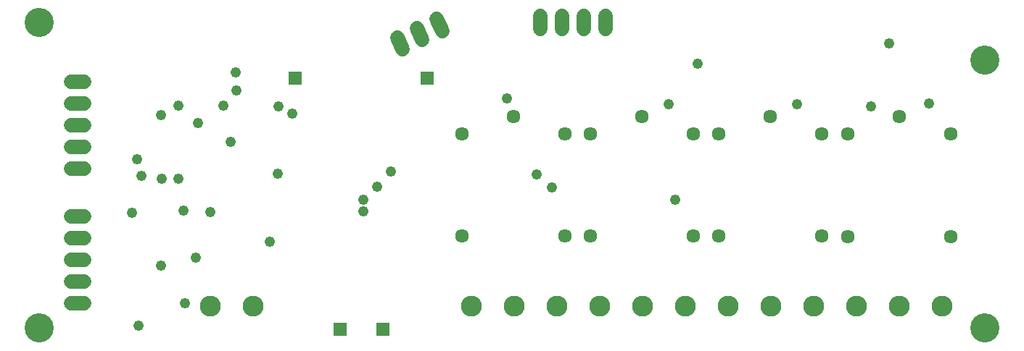
<source format=gbs>
G75*
%MOIN*%
%OFA0B0*%
%FSLAX25Y25*%
%IPPOS*%
%LPD*%
%AMOC8*
5,1,8,0,0,1.08239X$1,22.5*
%
%ADD10C,0.13398*%
%ADD11C,0.09658*%
%ADD12C,0.06343*%
%ADD13R,0.05950X0.05950*%
%ADD14C,0.06800*%
%ADD15C,0.04762*%
D10*
X0015047Y0015992D03*
X0014937Y0156724D03*
X0449724Y0139319D03*
X0449732Y0016071D03*
D11*
X0430185Y0026169D03*
X0410500Y0026169D03*
X0390815Y0026169D03*
X0371031Y0026150D03*
X0351346Y0026150D03*
X0331661Y0026150D03*
X0312173Y0026150D03*
X0292488Y0026150D03*
X0272803Y0026150D03*
X0253197Y0026150D03*
X0233512Y0026150D03*
X0213827Y0026150D03*
X0113453Y0026012D03*
X0093768Y0026012D03*
D12*
X0209496Y0058354D03*
X0256740Y0058354D03*
X0268472Y0058276D03*
X0315717Y0058276D03*
X0327528Y0058315D03*
X0374772Y0058315D03*
X0386642Y0058256D03*
X0433886Y0058256D03*
X0433886Y0105500D03*
X0410264Y0113374D03*
X0386642Y0105500D03*
X0374772Y0105559D03*
X0351150Y0113433D03*
X0327528Y0105559D03*
X0315717Y0105520D03*
X0292094Y0113394D03*
X0268472Y0105520D03*
X0256740Y0105598D03*
X0233118Y0113472D03*
X0209496Y0105598D03*
D13*
X0193492Y0131228D03*
X0132862Y0131228D03*
X0153335Y0015480D03*
X0173020Y0015480D03*
D14*
X0035606Y0027370D02*
X0029606Y0027370D01*
X0029606Y0037370D02*
X0035606Y0037370D01*
X0035606Y0047370D02*
X0029606Y0047370D01*
X0029606Y0057370D02*
X0035606Y0057370D01*
X0035606Y0067370D02*
X0029606Y0067370D01*
X0029843Y0089339D02*
X0035843Y0089339D01*
X0035843Y0099339D02*
X0029843Y0099339D01*
X0029843Y0109339D02*
X0035843Y0109339D01*
X0035843Y0119339D02*
X0029843Y0119339D01*
X0029843Y0129339D02*
X0035843Y0129339D01*
X0179598Y0149879D02*
X0182134Y0144441D01*
X0191197Y0148667D02*
X0188661Y0154105D01*
X0197724Y0158331D02*
X0200260Y0152893D01*
X0245402Y0153937D02*
X0245402Y0159937D01*
X0255402Y0159937D02*
X0255402Y0153937D01*
X0265402Y0153937D02*
X0265402Y0159937D01*
X0275402Y0159937D02*
X0275402Y0153937D01*
D15*
X0317803Y0137803D03*
X0304299Y0119142D03*
X0363512Y0119024D03*
X0397488Y0117961D03*
X0423984Y0119457D03*
X0405638Y0147173D03*
X0243709Y0086819D03*
X0250835Y0080874D03*
X0307449Y0075126D03*
X0230047Y0121937D03*
X0176858Y0088157D03*
X0170283Y0081110D03*
X0163866Y0075165D03*
X0164063Y0069693D03*
X0124693Y0087055D03*
X0103197Y0101898D03*
X0088000Y0110559D03*
X0071031Y0114142D03*
X0079063Y0118315D03*
X0099535Y0118551D03*
X0105598Y0125402D03*
X0124890Y0118197D03*
X0131504Y0114811D03*
X0105402Y0133630D03*
X0060126Y0093630D03*
X0061898Y0085992D03*
X0071425Y0084811D03*
X0079063Y0084732D03*
X0081425Y0070047D03*
X0093748Y0069299D03*
X0120913Y0055874D03*
X0087055Y0048591D03*
X0070874Y0044732D03*
X0081898Y0027409D03*
X0060835Y0017094D03*
X0057606Y0068945D03*
M02*

</source>
